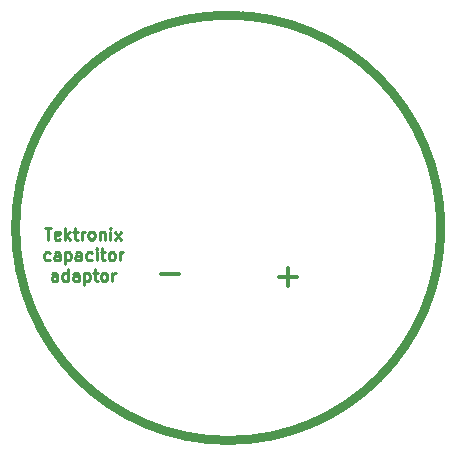
<source format=gto>
G04 #@! TF.FileFunction,Legend,Top*
%FSLAX46Y46*%
G04 Gerber Fmt 4.6, Leading zero omitted, Abs format (unit mm)*
G04 Created by KiCad (PCBNEW 4.0.4-stable) date Thursday, 20 '20e' October '20e' 2016, 21:15:53*
%MOMM*%
%LPD*%
G01*
G04 APERTURE LIST*
%ADD10C,0.100000*%
%ADD11C,0.250000*%
%ADD12C,0.300000*%
%ADD13C,0.800000*%
%ADD14C,6.400000*%
%ADD15C,4.400000*%
%ADD16C,4.900000*%
%ADD17C,3.400000*%
G04 APERTURE END LIST*
D10*
D11*
X141673095Y-103562381D02*
X142244524Y-103562381D01*
X141958809Y-104562381D02*
X141958809Y-103562381D01*
X142958810Y-104514762D02*
X142863572Y-104562381D01*
X142673095Y-104562381D01*
X142577857Y-104514762D01*
X142530238Y-104419524D01*
X142530238Y-104038571D01*
X142577857Y-103943333D01*
X142673095Y-103895714D01*
X142863572Y-103895714D01*
X142958810Y-103943333D01*
X143006429Y-104038571D01*
X143006429Y-104133810D01*
X142530238Y-104229048D01*
X143435000Y-104562381D02*
X143435000Y-103562381D01*
X143530238Y-104181429D02*
X143815953Y-104562381D01*
X143815953Y-103895714D02*
X143435000Y-104276667D01*
X144101667Y-103895714D02*
X144482619Y-103895714D01*
X144244524Y-103562381D02*
X144244524Y-104419524D01*
X144292143Y-104514762D01*
X144387381Y-104562381D01*
X144482619Y-104562381D01*
X144815953Y-104562381D02*
X144815953Y-103895714D01*
X144815953Y-104086190D02*
X144863572Y-103990952D01*
X144911191Y-103943333D01*
X145006429Y-103895714D01*
X145101668Y-103895714D01*
X145577858Y-104562381D02*
X145482620Y-104514762D01*
X145435001Y-104467143D01*
X145387382Y-104371905D01*
X145387382Y-104086190D01*
X145435001Y-103990952D01*
X145482620Y-103943333D01*
X145577858Y-103895714D01*
X145720716Y-103895714D01*
X145815954Y-103943333D01*
X145863573Y-103990952D01*
X145911192Y-104086190D01*
X145911192Y-104371905D01*
X145863573Y-104467143D01*
X145815954Y-104514762D01*
X145720716Y-104562381D01*
X145577858Y-104562381D01*
X146339763Y-103895714D02*
X146339763Y-104562381D01*
X146339763Y-103990952D02*
X146387382Y-103943333D01*
X146482620Y-103895714D01*
X146625478Y-103895714D01*
X146720716Y-103943333D01*
X146768335Y-104038571D01*
X146768335Y-104562381D01*
X147244525Y-104562381D02*
X147244525Y-103895714D01*
X147244525Y-103562381D02*
X147196906Y-103610000D01*
X147244525Y-103657619D01*
X147292144Y-103610000D01*
X147244525Y-103562381D01*
X147244525Y-103657619D01*
X147625477Y-104562381D02*
X148149287Y-103895714D01*
X147625477Y-103895714D02*
X148149287Y-104562381D01*
X142101667Y-106264762D02*
X142006429Y-106312381D01*
X141815952Y-106312381D01*
X141720714Y-106264762D01*
X141673095Y-106217143D01*
X141625476Y-106121905D01*
X141625476Y-105836190D01*
X141673095Y-105740952D01*
X141720714Y-105693333D01*
X141815952Y-105645714D01*
X142006429Y-105645714D01*
X142101667Y-105693333D01*
X142958810Y-106312381D02*
X142958810Y-105788571D01*
X142911191Y-105693333D01*
X142815953Y-105645714D01*
X142625476Y-105645714D01*
X142530238Y-105693333D01*
X142958810Y-106264762D02*
X142863572Y-106312381D01*
X142625476Y-106312381D01*
X142530238Y-106264762D01*
X142482619Y-106169524D01*
X142482619Y-106074286D01*
X142530238Y-105979048D01*
X142625476Y-105931429D01*
X142863572Y-105931429D01*
X142958810Y-105883810D01*
X143435000Y-105645714D02*
X143435000Y-106645714D01*
X143435000Y-105693333D02*
X143530238Y-105645714D01*
X143720715Y-105645714D01*
X143815953Y-105693333D01*
X143863572Y-105740952D01*
X143911191Y-105836190D01*
X143911191Y-106121905D01*
X143863572Y-106217143D01*
X143815953Y-106264762D01*
X143720715Y-106312381D01*
X143530238Y-106312381D01*
X143435000Y-106264762D01*
X144768334Y-106312381D02*
X144768334Y-105788571D01*
X144720715Y-105693333D01*
X144625477Y-105645714D01*
X144435000Y-105645714D01*
X144339762Y-105693333D01*
X144768334Y-106264762D02*
X144673096Y-106312381D01*
X144435000Y-106312381D01*
X144339762Y-106264762D01*
X144292143Y-106169524D01*
X144292143Y-106074286D01*
X144339762Y-105979048D01*
X144435000Y-105931429D01*
X144673096Y-105931429D01*
X144768334Y-105883810D01*
X145673096Y-106264762D02*
X145577858Y-106312381D01*
X145387381Y-106312381D01*
X145292143Y-106264762D01*
X145244524Y-106217143D01*
X145196905Y-106121905D01*
X145196905Y-105836190D01*
X145244524Y-105740952D01*
X145292143Y-105693333D01*
X145387381Y-105645714D01*
X145577858Y-105645714D01*
X145673096Y-105693333D01*
X146101667Y-106312381D02*
X146101667Y-105645714D01*
X146101667Y-105312381D02*
X146054048Y-105360000D01*
X146101667Y-105407619D01*
X146149286Y-105360000D01*
X146101667Y-105312381D01*
X146101667Y-105407619D01*
X146435000Y-105645714D02*
X146815952Y-105645714D01*
X146577857Y-105312381D02*
X146577857Y-106169524D01*
X146625476Y-106264762D01*
X146720714Y-106312381D01*
X146815952Y-106312381D01*
X147292143Y-106312381D02*
X147196905Y-106264762D01*
X147149286Y-106217143D01*
X147101667Y-106121905D01*
X147101667Y-105836190D01*
X147149286Y-105740952D01*
X147196905Y-105693333D01*
X147292143Y-105645714D01*
X147435001Y-105645714D01*
X147530239Y-105693333D01*
X147577858Y-105740952D01*
X147625477Y-105836190D01*
X147625477Y-106121905D01*
X147577858Y-106217143D01*
X147530239Y-106264762D01*
X147435001Y-106312381D01*
X147292143Y-106312381D01*
X148054048Y-106312381D02*
X148054048Y-105645714D01*
X148054048Y-105836190D02*
X148101667Y-105740952D01*
X148149286Y-105693333D01*
X148244524Y-105645714D01*
X148339763Y-105645714D01*
X142744524Y-108062381D02*
X142744524Y-107538571D01*
X142696905Y-107443333D01*
X142601667Y-107395714D01*
X142411190Y-107395714D01*
X142315952Y-107443333D01*
X142744524Y-108014762D02*
X142649286Y-108062381D01*
X142411190Y-108062381D01*
X142315952Y-108014762D01*
X142268333Y-107919524D01*
X142268333Y-107824286D01*
X142315952Y-107729048D01*
X142411190Y-107681429D01*
X142649286Y-107681429D01*
X142744524Y-107633810D01*
X143649286Y-108062381D02*
X143649286Y-107062381D01*
X143649286Y-108014762D02*
X143554048Y-108062381D01*
X143363571Y-108062381D01*
X143268333Y-108014762D01*
X143220714Y-107967143D01*
X143173095Y-107871905D01*
X143173095Y-107586190D01*
X143220714Y-107490952D01*
X143268333Y-107443333D01*
X143363571Y-107395714D01*
X143554048Y-107395714D01*
X143649286Y-107443333D01*
X144554048Y-108062381D02*
X144554048Y-107538571D01*
X144506429Y-107443333D01*
X144411191Y-107395714D01*
X144220714Y-107395714D01*
X144125476Y-107443333D01*
X144554048Y-108014762D02*
X144458810Y-108062381D01*
X144220714Y-108062381D01*
X144125476Y-108014762D01*
X144077857Y-107919524D01*
X144077857Y-107824286D01*
X144125476Y-107729048D01*
X144220714Y-107681429D01*
X144458810Y-107681429D01*
X144554048Y-107633810D01*
X145030238Y-107395714D02*
X145030238Y-108395714D01*
X145030238Y-107443333D02*
X145125476Y-107395714D01*
X145315953Y-107395714D01*
X145411191Y-107443333D01*
X145458810Y-107490952D01*
X145506429Y-107586190D01*
X145506429Y-107871905D01*
X145458810Y-107967143D01*
X145411191Y-108014762D01*
X145315953Y-108062381D01*
X145125476Y-108062381D01*
X145030238Y-108014762D01*
X145792143Y-107395714D02*
X146173095Y-107395714D01*
X145935000Y-107062381D02*
X145935000Y-107919524D01*
X145982619Y-108014762D01*
X146077857Y-108062381D01*
X146173095Y-108062381D01*
X146649286Y-108062381D02*
X146554048Y-108014762D01*
X146506429Y-107967143D01*
X146458810Y-107871905D01*
X146458810Y-107586190D01*
X146506429Y-107490952D01*
X146554048Y-107443333D01*
X146649286Y-107395714D01*
X146792144Y-107395714D01*
X146887382Y-107443333D01*
X146935001Y-107490952D01*
X146982620Y-107586190D01*
X146982620Y-107871905D01*
X146935001Y-107967143D01*
X146887382Y-108014762D01*
X146792144Y-108062381D01*
X146649286Y-108062381D01*
X147411191Y-108062381D02*
X147411191Y-107395714D01*
X147411191Y-107586190D02*
X147458810Y-107490952D01*
X147506429Y-107443333D01*
X147601667Y-107395714D01*
X147696906Y-107395714D01*
D12*
X151523095Y-107452857D02*
X153046905Y-107452857D01*
X161523095Y-107702857D02*
X163046905Y-107702857D01*
X162285000Y-108464762D02*
X162285000Y-106940952D01*
D13*
X175224000Y-103568000D02*
G75*
G03X175224000Y-103568000I-18000000J0D01*
G01*
%LPC*%
D14*
X167224000Y-93568000D03*
X147224000Y-93568000D03*
X147224000Y-113568000D03*
X167224000Y-113568000D03*
D15*
X162224000Y-103568000D03*
X152224000Y-103568000D03*
D16*
X157224000Y-95568000D03*
X157224000Y-98568000D03*
D14*
X166224000Y-98568000D03*
X148224000Y-98568000D03*
X157224000Y-113568000D03*
D17*
X157224000Y-103568000D03*
M02*

</source>
